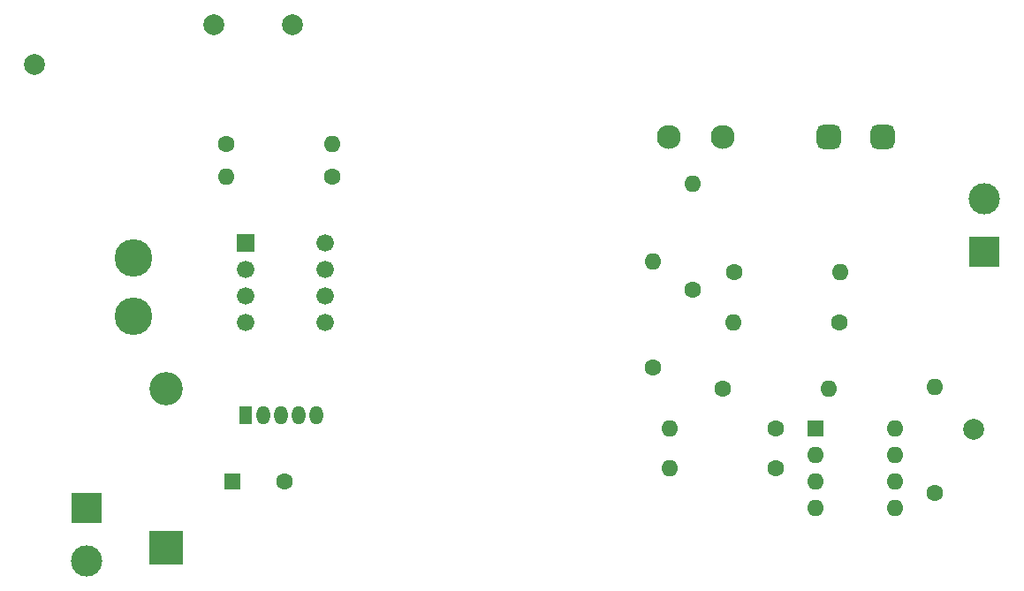
<source format=gbr>
%TF.GenerationSoftware,KiCad,Pcbnew,(6.0.11)*%
%TF.CreationDate,2023-02-09T14:29:28+00:00*%
%TF.ProjectId,mppt charger,6d707074-2063-4686-9172-6765722e6b69,rev?*%
%TF.SameCoordinates,Original*%
%TF.FileFunction,Copper,L2,Bot*%
%TF.FilePolarity,Positive*%
%FSLAX46Y46*%
G04 Gerber Fmt 4.6, Leading zero omitted, Abs format (unit mm)*
G04 Created by KiCad (PCBNEW (6.0.11)) date 2023-02-09 14:29:28*
%MOMM*%
%LPD*%
G01*
G04 APERTURE LIST*
G04 Aperture macros list*
%AMRoundRect*
0 Rectangle with rounded corners*
0 $1 Rounding radius*
0 $2 $3 $4 $5 $6 $7 $8 $9 X,Y pos of 4 corners*
0 Add a 4 corners polygon primitive as box body*
4,1,4,$2,$3,$4,$5,$6,$7,$8,$9,$2,$3,0*
0 Add four circle primitives for the rounded corners*
1,1,$1+$1,$2,$3*
1,1,$1+$1,$4,$5*
1,1,$1+$1,$6,$7*
1,1,$1+$1,$8,$9*
0 Add four rect primitives between the rounded corners*
20,1,$1+$1,$2,$3,$4,$5,0*
20,1,$1+$1,$4,$5,$6,$7,0*
20,1,$1+$1,$6,$7,$8,$9,0*
20,1,$1+$1,$8,$9,$2,$3,0*%
G04 Aperture macros list end*
%TA.AperFunction,ComponentPad*%
%ADD10RoundRect,0.575000X0.575000X0.575000X-0.575000X0.575000X-0.575000X-0.575000X0.575000X-0.575000X0*%
%TD*%
%TA.AperFunction,ComponentPad*%
%ADD11C,2.300000*%
%TD*%
%TA.AperFunction,ComponentPad*%
%ADD12R,1.600000X1.600000*%
%TD*%
%TA.AperFunction,ComponentPad*%
%ADD13O,1.600000X1.600000*%
%TD*%
%TA.AperFunction,ComponentPad*%
%ADD14R,1.676400X1.676400*%
%TD*%
%TA.AperFunction,ComponentPad*%
%ADD15C,1.676400*%
%TD*%
%TA.AperFunction,ComponentPad*%
%ADD16C,1.600000*%
%TD*%
%TA.AperFunction,ComponentPad*%
%ADD17C,2.000000*%
%TD*%
%TA.AperFunction,ComponentPad*%
%ADD18C,3.600000*%
%TD*%
%TA.AperFunction,ComponentPad*%
%ADD19R,3.200000X3.200000*%
%TD*%
%TA.AperFunction,ComponentPad*%
%ADD20O,3.200000X3.200000*%
%TD*%
%TA.AperFunction,ComponentPad*%
%ADD21R,1.275000X1.800000*%
%TD*%
%TA.AperFunction,ComponentPad*%
%ADD22O,1.275000X1.800000*%
%TD*%
%TA.AperFunction,ComponentPad*%
%ADD23R,3.000000X3.000000*%
%TD*%
%TA.AperFunction,ComponentPad*%
%ADD24C,3.000000*%
%TD*%
G04 APERTURE END LIST*
D10*
%TO.P,F1,1*%
%TO.N,+BATT*%
X132050000Y-47000000D03*
X137250000Y-47000000D03*
D11*
%TO.P,F1,2*%
%TO.N,Vout*%
X121950000Y-47000000D03*
X116750000Y-47000000D03*
%TD*%
D12*
%TO.P,U4,1,NC*%
%TO.N,unconnected-(U4-Pad1)*%
X130820000Y-74940000D03*
D13*
%TO.P,U4,2,-*%
%TO.N,Net-(R2-Pad2)*%
X130820000Y-77480000D03*
%TO.P,U4,3,+*%
%TO.N,-BATT*%
X130820000Y-80020000D03*
%TO.P,U4,4,V-*%
%TO.N,GND*%
X130820000Y-82560000D03*
%TO.P,U4,5,NC*%
%TO.N,unconnected-(U4-Pad5)*%
X138440000Y-82560000D03*
%TO.P,U4,6*%
%TO.N,Net-(Rf1-Pad1)*%
X138440000Y-80020000D03*
%TO.P,U4,7,V+*%
%TO.N,+3.3V*%
X138440000Y-77480000D03*
%TO.P,U4,8,NC*%
%TO.N,unconnected-(U4-Pad8)*%
X138440000Y-74940000D03*
%TD*%
D14*
%TO.P,U2,1,~INC*%
%TO.N,Net-(U2-Pad1)*%
X76200000Y-57150000D03*
D15*
%TO.P,U2,2,U/~D*%
%TO.N,Net-(U2-Pad2)*%
X76200000Y-59690000D03*
%TO.P,U2,3,VH/RH*%
%TO.N,Net-(Rpot1-Pad2)*%
X76200000Y-62230000D03*
%TO.P,U2,4,VSS*%
%TO.N,GND*%
X76200000Y-64770000D03*
%TO.P,U2,5,VW/RW*%
%TO.N,Net-(U1-Pad4)*%
X83820000Y-64770000D03*
%TO.P,U2,6,VL/RL*%
%TO.N,Net-(Rpot2-Pad2)*%
X83820000Y-62230000D03*
%TO.P,U2,7,~CS*%
%TO.N,Net-(U2-Pad7)*%
X83820000Y-59690000D03*
%TO.P,U2,8,VCC*%
%TO.N,+3.3V*%
X83820000Y-57150000D03*
%TD*%
D16*
%TO.P,9k1,1*%
%TO.N,VinSense*%
X133096000Y-64770000D03*
D13*
%TO.P,9k1,2*%
%TO.N,Net-(Cin1-Pad1)*%
X122936000Y-64770000D03*
%TD*%
D16*
%TO.P,Rf1,1*%
%TO.N,Net-(Rf1-Pad1)*%
X121920000Y-71120000D03*
D13*
%TO.P,Rf1,2*%
%TO.N,Net-(R2-Pad2)*%
X132080000Y-71120000D03*
%TD*%
D17*
%TO.P,H1,1,1*%
%TO.N,-BATT*%
X146000000Y-75000000D03*
%TD*%
D18*
%TO.P,L1,1,1*%
%TO.N,Net-(D1-Pad1)*%
X65405000Y-64135000D03*
%TO.P,L1,2,2*%
%TO.N,Vout*%
X65405000Y-58555000D03*
%TD*%
D12*
%TO.P,Cin1,1*%
%TO.N,Net-(Cin1-Pad1)*%
X74930000Y-80010000D03*
D16*
%TO.P,Cin1,2*%
%TO.N,GND*%
X79930000Y-80010000D03*
%TD*%
%TO.P,1k3,1*%
%TO.N,GND*%
X123000000Y-59950000D03*
D13*
%TO.P,1k3,2*%
%TO.N,VinSense*%
X133160000Y-59950000D03*
%TD*%
D16*
%TO.P,Rshunt2,1*%
%TO.N,-BATT*%
X127000000Y-78720000D03*
D13*
%TO.P,Rshunt2,2*%
%TO.N,GND*%
X116840000Y-78720000D03*
%TD*%
D19*
%TO.P,D1,1,K*%
%TO.N,Net-(D1-Pad1)*%
X68580000Y-86360000D03*
D20*
%TO.P,D1,2,A*%
%TO.N,GND*%
X68580000Y-71120000D03*
%TD*%
D16*
%TO.P,1k8,1*%
%TO.N,Net-(R1-Pad1)*%
X119000000Y-61595000D03*
D13*
%TO.P,1k8,2*%
%TO.N,Vout*%
X119000000Y-51435000D03*
%TD*%
D16*
%TO.P,Rshunt1,1*%
%TO.N,-BATT*%
X127000000Y-74930000D03*
D13*
%TO.P,Rshunt1,2*%
%TO.N,GND*%
X116840000Y-74930000D03*
%TD*%
D16*
%TO.P,Rpot1,1*%
%TO.N,Vout*%
X74295000Y-47625000D03*
D13*
%TO.P,Rpot1,2*%
%TO.N,Net-(Rpot1-Pad2)*%
X84455000Y-47625000D03*
%TD*%
D21*
%TO.P,U1,1,VIN*%
%TO.N,Net-(Cin1-Pad1)*%
X76200000Y-73660000D03*
D22*
%TO.P,U1,2,OUT*%
%TO.N,Net-(D1-Pad1)*%
X77900000Y-73660000D03*
%TO.P,U1,3,GND*%
%TO.N,GND*%
X79600000Y-73660000D03*
%TO.P,U1,4,FB*%
%TO.N,Net-(U1-Pad4)*%
X81300000Y-73660000D03*
%TO.P,U1,5,~{ON}/OFF*%
%TO.N,Net-(U1-Pad5)*%
X83000000Y-73660000D03*
%TD*%
D16*
%TO.P,Rpot2,1*%
%TO.N,GND*%
X84455000Y-50800000D03*
D13*
%TO.P,Rpot2,2*%
%TO.N,Net-(Rpot2-Pad2)*%
X74295000Y-50800000D03*
%TD*%
D23*
%TO.P,Jout1,1,Pin_1*%
%TO.N,GND*%
X147000000Y-58000000D03*
D24*
%TO.P,Jout1,2,Pin_2*%
%TO.N,Vout*%
X147000000Y-52920000D03*
%TD*%
D16*
%TO.P,3k9,1*%
%TO.N,GND*%
X142240000Y-81080000D03*
D13*
%TO.P,3k9,2*%
%TO.N,Net-(R2-Pad2)*%
X142240000Y-70920000D03*
%TD*%
D23*
%TO.P,Jin1,1,Pin_1*%
%TO.N,Net-(Cin1-Pad1)*%
X60960000Y-82550000D03*
D24*
%TO.P,Jin1,2,Pin_2*%
%TO.N,GND*%
X60960000Y-87630000D03*
%TD*%
D17*
%TO.P,Cout1,1*%
%TO.N,Vout*%
X80645000Y-36195000D03*
%TO.P,Cout1,2*%
%TO.N,GND*%
X73145000Y-36195000D03*
%TD*%
D16*
%TO.P,8k2,1*%
%TO.N,GND*%
X115250000Y-69080000D03*
D13*
%TO.P,8k2,2*%
%TO.N,Net-(R1-Pad1)*%
X115250000Y-58920000D03*
%TD*%
D17*
%TO.P,H2,1,1*%
%TO.N,+BATT*%
X56000000Y-40000000D03*
%TD*%
M02*

</source>
